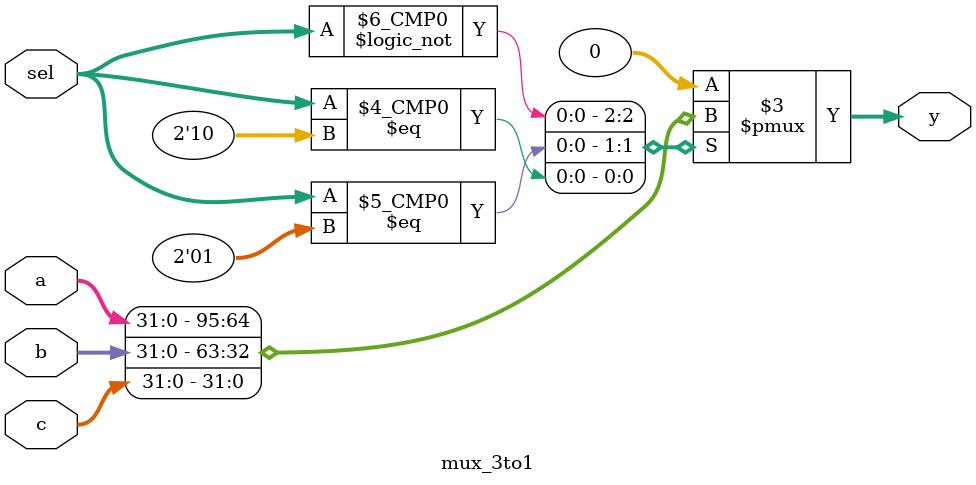
<source format=sv>
module mux_3to1 (
  input logic [31:0] a,
  input logic [31:0] b,
  input logic [31:0] c,
  input logic [1:0] sel,
  output logic [31:0] y
);

  always_comb begin 
    case (sel) 
      2'b00: y = a;
      2'b01: y = b;
      2'b10: y = c;
      default: y = 32'b0;
    endcase
  end

endmodule
</source>
